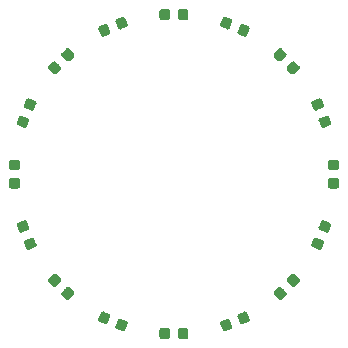
<source format=gbr>
G04 #@! TF.GenerationSoftware,KiCad,Pcbnew,(5.1.4)-1*
G04 #@! TF.CreationDate,2020-09-01T15:21:41-07:00*
G04 #@! TF.ProjectId,LED_Ring,4c45445f-5269-46e6-972e-6b696361645f,rev?*
G04 #@! TF.SameCoordinates,Original*
G04 #@! TF.FileFunction,Paste,Bot*
G04 #@! TF.FilePolarity,Positive*
%FSLAX46Y46*%
G04 Gerber Fmt 4.6, Leading zero omitted, Abs format (unit mm)*
G04 Created by KiCad (PCBNEW (5.1.4)-1) date 2020-09-01 15:21:41*
%MOMM*%
%LPD*%
G04 APERTURE LIST*
%ADD10C,0.100000*%
%ADD11C,0.875000*%
G04 APERTURE END LIST*
D10*
G36*
X114356076Y-66688110D02*
G01*
X114377311Y-66691260D01*
X114398135Y-66696476D01*
X114418347Y-66703708D01*
X114822544Y-66871132D01*
X114841950Y-66880311D01*
X114860363Y-66891347D01*
X114877606Y-66904135D01*
X114893512Y-66918551D01*
X114907928Y-66934458D01*
X114920716Y-66951700D01*
X114931752Y-66970113D01*
X114940931Y-66989519D01*
X114948163Y-67009731D01*
X114953379Y-67030555D01*
X114956529Y-67051790D01*
X114957582Y-67073231D01*
X114956529Y-67094672D01*
X114953379Y-67115907D01*
X114948163Y-67136731D01*
X114940931Y-67156943D01*
X114744806Y-67630431D01*
X114735627Y-67649837D01*
X114724591Y-67668250D01*
X114711803Y-67685492D01*
X114697387Y-67701399D01*
X114681481Y-67715815D01*
X114664238Y-67728603D01*
X114645825Y-67739639D01*
X114626419Y-67748818D01*
X114606207Y-67756050D01*
X114585383Y-67761266D01*
X114564148Y-67764416D01*
X114542707Y-67765469D01*
X114521266Y-67764416D01*
X114500031Y-67761266D01*
X114479207Y-67756050D01*
X114458995Y-67748818D01*
X114054798Y-67581394D01*
X114035392Y-67572215D01*
X114016979Y-67561179D01*
X113999736Y-67548391D01*
X113983830Y-67533975D01*
X113969414Y-67518068D01*
X113956626Y-67500826D01*
X113945590Y-67482413D01*
X113936411Y-67463007D01*
X113929179Y-67442795D01*
X113923963Y-67421971D01*
X113920813Y-67400736D01*
X113919760Y-67379295D01*
X113920813Y-67357854D01*
X113923963Y-67336619D01*
X113929179Y-67315795D01*
X113936411Y-67295583D01*
X114132536Y-66822095D01*
X114141715Y-66802689D01*
X114152751Y-66784276D01*
X114165539Y-66767034D01*
X114179955Y-66751127D01*
X114195861Y-66736711D01*
X114213104Y-66723923D01*
X114231517Y-66712887D01*
X114250923Y-66703708D01*
X114271135Y-66696476D01*
X114291959Y-66691260D01*
X114313194Y-66688110D01*
X114334635Y-66687057D01*
X114356076Y-66688110D01*
X114356076Y-66688110D01*
G37*
D11*
X114438671Y-67226263D03*
D10*
G36*
X115811186Y-67290836D02*
G01*
X115832421Y-67293986D01*
X115853245Y-67299202D01*
X115873457Y-67306434D01*
X116277654Y-67473858D01*
X116297060Y-67483037D01*
X116315473Y-67494073D01*
X116332716Y-67506861D01*
X116348622Y-67521277D01*
X116363038Y-67537184D01*
X116375826Y-67554426D01*
X116386862Y-67572839D01*
X116396041Y-67592245D01*
X116403273Y-67612457D01*
X116408489Y-67633281D01*
X116411639Y-67654516D01*
X116412692Y-67675957D01*
X116411639Y-67697398D01*
X116408489Y-67718633D01*
X116403273Y-67739457D01*
X116396041Y-67759669D01*
X116199916Y-68233157D01*
X116190737Y-68252563D01*
X116179701Y-68270976D01*
X116166913Y-68288218D01*
X116152497Y-68304125D01*
X116136591Y-68318541D01*
X116119348Y-68331329D01*
X116100935Y-68342365D01*
X116081529Y-68351544D01*
X116061317Y-68358776D01*
X116040493Y-68363992D01*
X116019258Y-68367142D01*
X115997817Y-68368195D01*
X115976376Y-68367142D01*
X115955141Y-68363992D01*
X115934317Y-68358776D01*
X115914105Y-68351544D01*
X115509908Y-68184120D01*
X115490502Y-68174941D01*
X115472089Y-68163905D01*
X115454846Y-68151117D01*
X115438940Y-68136701D01*
X115424524Y-68120794D01*
X115411736Y-68103552D01*
X115400700Y-68085139D01*
X115391521Y-68065733D01*
X115384289Y-68045521D01*
X115379073Y-68024697D01*
X115375923Y-68003462D01*
X115374870Y-67982021D01*
X115375923Y-67960580D01*
X115379073Y-67939345D01*
X115384289Y-67918521D01*
X115391521Y-67898309D01*
X115587646Y-67424821D01*
X115596825Y-67405415D01*
X115607861Y-67387002D01*
X115620649Y-67369760D01*
X115635065Y-67353853D01*
X115650971Y-67339437D01*
X115668214Y-67326649D01*
X115686627Y-67315613D01*
X115706033Y-67306434D01*
X115726245Y-67299202D01*
X115747069Y-67293986D01*
X115768304Y-67290836D01*
X115789745Y-67289783D01*
X115811186Y-67290836D01*
X115811186Y-67290836D01*
G37*
D11*
X115893781Y-67828989D03*
D10*
G36*
X119037053Y-69343638D02*
G01*
X119058288Y-69346788D01*
X119079112Y-69352004D01*
X119099324Y-69359236D01*
X119118730Y-69368415D01*
X119137143Y-69379451D01*
X119154386Y-69392239D01*
X119170292Y-69406655D01*
X119479651Y-69716014D01*
X119494067Y-69731920D01*
X119506855Y-69749163D01*
X119517891Y-69767576D01*
X119527070Y-69786982D01*
X119534302Y-69807194D01*
X119539518Y-69828018D01*
X119542668Y-69849253D01*
X119543721Y-69870694D01*
X119542668Y-69892135D01*
X119539518Y-69913370D01*
X119534302Y-69934194D01*
X119527070Y-69954406D01*
X119517891Y-69973812D01*
X119506855Y-69992225D01*
X119494067Y-70009468D01*
X119479651Y-70025374D01*
X119117258Y-70387767D01*
X119101352Y-70402183D01*
X119084109Y-70414971D01*
X119065696Y-70426007D01*
X119046290Y-70435186D01*
X119026078Y-70442418D01*
X119005254Y-70447634D01*
X118984019Y-70450784D01*
X118962578Y-70451837D01*
X118941137Y-70450784D01*
X118919902Y-70447634D01*
X118899078Y-70442418D01*
X118878866Y-70435186D01*
X118859460Y-70426007D01*
X118841047Y-70414971D01*
X118823804Y-70402183D01*
X118807898Y-70387767D01*
X118498539Y-70078408D01*
X118484123Y-70062502D01*
X118471335Y-70045259D01*
X118460299Y-70026846D01*
X118451120Y-70007440D01*
X118443888Y-69987228D01*
X118438672Y-69966404D01*
X118435522Y-69945169D01*
X118434469Y-69923728D01*
X118435522Y-69902287D01*
X118438672Y-69881052D01*
X118443888Y-69860228D01*
X118451120Y-69840016D01*
X118460299Y-69820610D01*
X118471335Y-69802197D01*
X118484123Y-69784954D01*
X118498539Y-69769048D01*
X118860932Y-69406655D01*
X118876838Y-69392239D01*
X118894081Y-69379451D01*
X118912494Y-69368415D01*
X118931900Y-69359236D01*
X118952112Y-69352004D01*
X118972936Y-69346788D01*
X118994171Y-69343638D01*
X119015612Y-69342585D01*
X119037053Y-69343638D01*
X119037053Y-69343638D01*
G37*
D11*
X118989095Y-69897211D03*
D10*
G36*
X120150747Y-70457332D02*
G01*
X120171982Y-70460482D01*
X120192806Y-70465698D01*
X120213018Y-70472930D01*
X120232424Y-70482109D01*
X120250837Y-70493145D01*
X120268080Y-70505933D01*
X120283986Y-70520349D01*
X120593345Y-70829708D01*
X120607761Y-70845614D01*
X120620549Y-70862857D01*
X120631585Y-70881270D01*
X120640764Y-70900676D01*
X120647996Y-70920888D01*
X120653212Y-70941712D01*
X120656362Y-70962947D01*
X120657415Y-70984388D01*
X120656362Y-71005829D01*
X120653212Y-71027064D01*
X120647996Y-71047888D01*
X120640764Y-71068100D01*
X120631585Y-71087506D01*
X120620549Y-71105919D01*
X120607761Y-71123162D01*
X120593345Y-71139068D01*
X120230952Y-71501461D01*
X120215046Y-71515877D01*
X120197803Y-71528665D01*
X120179390Y-71539701D01*
X120159984Y-71548880D01*
X120139772Y-71556112D01*
X120118948Y-71561328D01*
X120097713Y-71564478D01*
X120076272Y-71565531D01*
X120054831Y-71564478D01*
X120033596Y-71561328D01*
X120012772Y-71556112D01*
X119992560Y-71548880D01*
X119973154Y-71539701D01*
X119954741Y-71528665D01*
X119937498Y-71515877D01*
X119921592Y-71501461D01*
X119612233Y-71192102D01*
X119597817Y-71176196D01*
X119585029Y-71158953D01*
X119573993Y-71140540D01*
X119564814Y-71121134D01*
X119557582Y-71100922D01*
X119552366Y-71080098D01*
X119549216Y-71058863D01*
X119548163Y-71037422D01*
X119549216Y-71015981D01*
X119552366Y-70994746D01*
X119557582Y-70973922D01*
X119564814Y-70953710D01*
X119573993Y-70934304D01*
X119585029Y-70915891D01*
X119597817Y-70898648D01*
X119612233Y-70882742D01*
X119974626Y-70520349D01*
X119990532Y-70505933D01*
X120007775Y-70493145D01*
X120026188Y-70482109D01*
X120045594Y-70472930D01*
X120065806Y-70465698D01*
X120086630Y-70460482D01*
X120107865Y-70457332D01*
X120129306Y-70456279D01*
X120150747Y-70457332D01*
X120150747Y-70457332D01*
G37*
D11*
X120102789Y-71010905D03*
D10*
G36*
X122345484Y-73588361D02*
G01*
X122366719Y-73591511D01*
X122387543Y-73596727D01*
X122407755Y-73603959D01*
X122427161Y-73613138D01*
X122445574Y-73624174D01*
X122462817Y-73636962D01*
X122478723Y-73651378D01*
X122493139Y-73667285D01*
X122505927Y-73684527D01*
X122516963Y-73702940D01*
X122526142Y-73722346D01*
X122693566Y-74126543D01*
X122700798Y-74146755D01*
X122706014Y-74167579D01*
X122709164Y-74188814D01*
X122710217Y-74210255D01*
X122709164Y-74231696D01*
X122706014Y-74252931D01*
X122700798Y-74273755D01*
X122693566Y-74293967D01*
X122684387Y-74313373D01*
X122673351Y-74331786D01*
X122660563Y-74349028D01*
X122646147Y-74364935D01*
X122630241Y-74379351D01*
X122612998Y-74392139D01*
X122594585Y-74403175D01*
X122575179Y-74412354D01*
X122101691Y-74608479D01*
X122081479Y-74615711D01*
X122060655Y-74620927D01*
X122039420Y-74624077D01*
X122017979Y-74625130D01*
X121996538Y-74624077D01*
X121975303Y-74620927D01*
X121954479Y-74615711D01*
X121934267Y-74608479D01*
X121914861Y-74599300D01*
X121896448Y-74588264D01*
X121879205Y-74575476D01*
X121863299Y-74561060D01*
X121848883Y-74545153D01*
X121836095Y-74527911D01*
X121825059Y-74509498D01*
X121815880Y-74490092D01*
X121648456Y-74085895D01*
X121641224Y-74065683D01*
X121636008Y-74044859D01*
X121632858Y-74023624D01*
X121631805Y-74002183D01*
X121632858Y-73980742D01*
X121636008Y-73959507D01*
X121641224Y-73938683D01*
X121648456Y-73918471D01*
X121657635Y-73899065D01*
X121668671Y-73880652D01*
X121681459Y-73863410D01*
X121695875Y-73847503D01*
X121711781Y-73833087D01*
X121729024Y-73820299D01*
X121747437Y-73809263D01*
X121766843Y-73800084D01*
X122240331Y-73603959D01*
X122260543Y-73596727D01*
X122281367Y-73591511D01*
X122302602Y-73588361D01*
X122324043Y-73587308D01*
X122345484Y-73588361D01*
X122345484Y-73588361D01*
G37*
D11*
X122171011Y-74106219D03*
D10*
G36*
X122948210Y-75043471D02*
G01*
X122969445Y-75046621D01*
X122990269Y-75051837D01*
X123010481Y-75059069D01*
X123029887Y-75068248D01*
X123048300Y-75079284D01*
X123065543Y-75092072D01*
X123081449Y-75106488D01*
X123095865Y-75122395D01*
X123108653Y-75139637D01*
X123119689Y-75158050D01*
X123128868Y-75177456D01*
X123296292Y-75581653D01*
X123303524Y-75601865D01*
X123308740Y-75622689D01*
X123311890Y-75643924D01*
X123312943Y-75665365D01*
X123311890Y-75686806D01*
X123308740Y-75708041D01*
X123303524Y-75728865D01*
X123296292Y-75749077D01*
X123287113Y-75768483D01*
X123276077Y-75786896D01*
X123263289Y-75804138D01*
X123248873Y-75820045D01*
X123232967Y-75834461D01*
X123215724Y-75847249D01*
X123197311Y-75858285D01*
X123177905Y-75867464D01*
X122704417Y-76063589D01*
X122684205Y-76070821D01*
X122663381Y-76076037D01*
X122642146Y-76079187D01*
X122620705Y-76080240D01*
X122599264Y-76079187D01*
X122578029Y-76076037D01*
X122557205Y-76070821D01*
X122536993Y-76063589D01*
X122517587Y-76054410D01*
X122499174Y-76043374D01*
X122481931Y-76030586D01*
X122466025Y-76016170D01*
X122451609Y-76000263D01*
X122438821Y-75983021D01*
X122427785Y-75964608D01*
X122418606Y-75945202D01*
X122251182Y-75541005D01*
X122243950Y-75520793D01*
X122238734Y-75499969D01*
X122235584Y-75478734D01*
X122234531Y-75457293D01*
X122235584Y-75435852D01*
X122238734Y-75414617D01*
X122243950Y-75393793D01*
X122251182Y-75373581D01*
X122260361Y-75354175D01*
X122271397Y-75335762D01*
X122284185Y-75318520D01*
X122298601Y-75302613D01*
X122314507Y-75288197D01*
X122331750Y-75275409D01*
X122350163Y-75264373D01*
X122369569Y-75255194D01*
X122843057Y-75059069D01*
X122863269Y-75051837D01*
X122884093Y-75046621D01*
X122905328Y-75043471D01*
X122926769Y-75042418D01*
X122948210Y-75043471D01*
X122948210Y-75043471D01*
G37*
D11*
X122773737Y-75561329D03*
D10*
G36*
X123777691Y-78776053D02*
G01*
X123798926Y-78779203D01*
X123819750Y-78784419D01*
X123839962Y-78791651D01*
X123859368Y-78800830D01*
X123877781Y-78811866D01*
X123895024Y-78824654D01*
X123910930Y-78839070D01*
X123925346Y-78854976D01*
X123938134Y-78872219D01*
X123949170Y-78890632D01*
X123958349Y-78910038D01*
X123965581Y-78930250D01*
X123970797Y-78951074D01*
X123973947Y-78972309D01*
X123975000Y-78993750D01*
X123975000Y-79431250D01*
X123973947Y-79452691D01*
X123970797Y-79473926D01*
X123965581Y-79494750D01*
X123958349Y-79514962D01*
X123949170Y-79534368D01*
X123938134Y-79552781D01*
X123925346Y-79570024D01*
X123910930Y-79585930D01*
X123895024Y-79600346D01*
X123877781Y-79613134D01*
X123859368Y-79624170D01*
X123839962Y-79633349D01*
X123819750Y-79640581D01*
X123798926Y-79645797D01*
X123777691Y-79648947D01*
X123756250Y-79650000D01*
X123243750Y-79650000D01*
X123222309Y-79648947D01*
X123201074Y-79645797D01*
X123180250Y-79640581D01*
X123160038Y-79633349D01*
X123140632Y-79624170D01*
X123122219Y-79613134D01*
X123104976Y-79600346D01*
X123089070Y-79585930D01*
X123074654Y-79570024D01*
X123061866Y-79552781D01*
X123050830Y-79534368D01*
X123041651Y-79514962D01*
X123034419Y-79494750D01*
X123029203Y-79473926D01*
X123026053Y-79452691D01*
X123025000Y-79431250D01*
X123025000Y-78993750D01*
X123026053Y-78972309D01*
X123029203Y-78951074D01*
X123034419Y-78930250D01*
X123041651Y-78910038D01*
X123050830Y-78890632D01*
X123061866Y-78872219D01*
X123074654Y-78854976D01*
X123089070Y-78839070D01*
X123104976Y-78824654D01*
X123122219Y-78811866D01*
X123140632Y-78800830D01*
X123160038Y-78791651D01*
X123180250Y-78784419D01*
X123201074Y-78779203D01*
X123222309Y-78776053D01*
X123243750Y-78775000D01*
X123756250Y-78775000D01*
X123777691Y-78776053D01*
X123777691Y-78776053D01*
G37*
D11*
X123500000Y-79212500D03*
D10*
G36*
X123777691Y-80351053D02*
G01*
X123798926Y-80354203D01*
X123819750Y-80359419D01*
X123839962Y-80366651D01*
X123859368Y-80375830D01*
X123877781Y-80386866D01*
X123895024Y-80399654D01*
X123910930Y-80414070D01*
X123925346Y-80429976D01*
X123938134Y-80447219D01*
X123949170Y-80465632D01*
X123958349Y-80485038D01*
X123965581Y-80505250D01*
X123970797Y-80526074D01*
X123973947Y-80547309D01*
X123975000Y-80568750D01*
X123975000Y-81006250D01*
X123973947Y-81027691D01*
X123970797Y-81048926D01*
X123965581Y-81069750D01*
X123958349Y-81089962D01*
X123949170Y-81109368D01*
X123938134Y-81127781D01*
X123925346Y-81145024D01*
X123910930Y-81160930D01*
X123895024Y-81175346D01*
X123877781Y-81188134D01*
X123859368Y-81199170D01*
X123839962Y-81208349D01*
X123819750Y-81215581D01*
X123798926Y-81220797D01*
X123777691Y-81223947D01*
X123756250Y-81225000D01*
X123243750Y-81225000D01*
X123222309Y-81223947D01*
X123201074Y-81220797D01*
X123180250Y-81215581D01*
X123160038Y-81208349D01*
X123140632Y-81199170D01*
X123122219Y-81188134D01*
X123104976Y-81175346D01*
X123089070Y-81160930D01*
X123074654Y-81145024D01*
X123061866Y-81127781D01*
X123050830Y-81109368D01*
X123041651Y-81089962D01*
X123034419Y-81069750D01*
X123029203Y-81048926D01*
X123026053Y-81027691D01*
X123025000Y-81006250D01*
X123025000Y-80568750D01*
X123026053Y-80547309D01*
X123029203Y-80526074D01*
X123034419Y-80505250D01*
X123041651Y-80485038D01*
X123050830Y-80465632D01*
X123061866Y-80447219D01*
X123074654Y-80429976D01*
X123089070Y-80414070D01*
X123104976Y-80399654D01*
X123122219Y-80386866D01*
X123140632Y-80375830D01*
X123160038Y-80366651D01*
X123180250Y-80359419D01*
X123201074Y-80354203D01*
X123222309Y-80351053D01*
X123243750Y-80350000D01*
X123756250Y-80350000D01*
X123777691Y-80351053D01*
X123777691Y-80351053D01*
G37*
D11*
X123500000Y-80787500D03*
D10*
G36*
X122642146Y-83920813D02*
G01*
X122663381Y-83923963D01*
X122684205Y-83929179D01*
X122704417Y-83936411D01*
X123177905Y-84132536D01*
X123197311Y-84141715D01*
X123215724Y-84152751D01*
X123232966Y-84165539D01*
X123248873Y-84179955D01*
X123263289Y-84195861D01*
X123276077Y-84213104D01*
X123287113Y-84231517D01*
X123296292Y-84250923D01*
X123303524Y-84271135D01*
X123308740Y-84291959D01*
X123311890Y-84313194D01*
X123312943Y-84334635D01*
X123311890Y-84356076D01*
X123308740Y-84377311D01*
X123303524Y-84398135D01*
X123296292Y-84418347D01*
X123128868Y-84822544D01*
X123119689Y-84841950D01*
X123108653Y-84860363D01*
X123095865Y-84877606D01*
X123081449Y-84893512D01*
X123065542Y-84907928D01*
X123048300Y-84920716D01*
X123029887Y-84931752D01*
X123010481Y-84940931D01*
X122990269Y-84948163D01*
X122969445Y-84953379D01*
X122948210Y-84956529D01*
X122926769Y-84957582D01*
X122905328Y-84956529D01*
X122884093Y-84953379D01*
X122863269Y-84948163D01*
X122843057Y-84940931D01*
X122369569Y-84744806D01*
X122350163Y-84735627D01*
X122331750Y-84724591D01*
X122314508Y-84711803D01*
X122298601Y-84697387D01*
X122284185Y-84681481D01*
X122271397Y-84664238D01*
X122260361Y-84645825D01*
X122251182Y-84626419D01*
X122243950Y-84606207D01*
X122238734Y-84585383D01*
X122235584Y-84564148D01*
X122234531Y-84542707D01*
X122235584Y-84521266D01*
X122238734Y-84500031D01*
X122243950Y-84479207D01*
X122251182Y-84458995D01*
X122418606Y-84054798D01*
X122427785Y-84035392D01*
X122438821Y-84016979D01*
X122451609Y-83999736D01*
X122466025Y-83983830D01*
X122481932Y-83969414D01*
X122499174Y-83956626D01*
X122517587Y-83945590D01*
X122536993Y-83936411D01*
X122557205Y-83929179D01*
X122578029Y-83923963D01*
X122599264Y-83920813D01*
X122620705Y-83919760D01*
X122642146Y-83920813D01*
X122642146Y-83920813D01*
G37*
D11*
X122773737Y-84438671D03*
D10*
G36*
X122039420Y-85375923D02*
G01*
X122060655Y-85379073D01*
X122081479Y-85384289D01*
X122101691Y-85391521D01*
X122575179Y-85587646D01*
X122594585Y-85596825D01*
X122612998Y-85607861D01*
X122630240Y-85620649D01*
X122646147Y-85635065D01*
X122660563Y-85650971D01*
X122673351Y-85668214D01*
X122684387Y-85686627D01*
X122693566Y-85706033D01*
X122700798Y-85726245D01*
X122706014Y-85747069D01*
X122709164Y-85768304D01*
X122710217Y-85789745D01*
X122709164Y-85811186D01*
X122706014Y-85832421D01*
X122700798Y-85853245D01*
X122693566Y-85873457D01*
X122526142Y-86277654D01*
X122516963Y-86297060D01*
X122505927Y-86315473D01*
X122493139Y-86332716D01*
X122478723Y-86348622D01*
X122462816Y-86363038D01*
X122445574Y-86375826D01*
X122427161Y-86386862D01*
X122407755Y-86396041D01*
X122387543Y-86403273D01*
X122366719Y-86408489D01*
X122345484Y-86411639D01*
X122324043Y-86412692D01*
X122302602Y-86411639D01*
X122281367Y-86408489D01*
X122260543Y-86403273D01*
X122240331Y-86396041D01*
X121766843Y-86199916D01*
X121747437Y-86190737D01*
X121729024Y-86179701D01*
X121711782Y-86166913D01*
X121695875Y-86152497D01*
X121681459Y-86136591D01*
X121668671Y-86119348D01*
X121657635Y-86100935D01*
X121648456Y-86081529D01*
X121641224Y-86061317D01*
X121636008Y-86040493D01*
X121632858Y-86019258D01*
X121631805Y-85997817D01*
X121632858Y-85976376D01*
X121636008Y-85955141D01*
X121641224Y-85934317D01*
X121648456Y-85914105D01*
X121815880Y-85509908D01*
X121825059Y-85490502D01*
X121836095Y-85472089D01*
X121848883Y-85454846D01*
X121863299Y-85438940D01*
X121879206Y-85424524D01*
X121896448Y-85411736D01*
X121914861Y-85400700D01*
X121934267Y-85391521D01*
X121954479Y-85384289D01*
X121975303Y-85379073D01*
X121996538Y-85375923D01*
X122017979Y-85374870D01*
X122039420Y-85375923D01*
X122039420Y-85375923D01*
G37*
D11*
X122171011Y-85893781D03*
D10*
G36*
X120097713Y-88435522D02*
G01*
X120118948Y-88438672D01*
X120139772Y-88443888D01*
X120159984Y-88451120D01*
X120179390Y-88460299D01*
X120197803Y-88471335D01*
X120215046Y-88484123D01*
X120230952Y-88498539D01*
X120593345Y-88860932D01*
X120607761Y-88876838D01*
X120620549Y-88894081D01*
X120631585Y-88912494D01*
X120640764Y-88931900D01*
X120647996Y-88952112D01*
X120653212Y-88972936D01*
X120656362Y-88994171D01*
X120657415Y-89015612D01*
X120656362Y-89037053D01*
X120653212Y-89058288D01*
X120647996Y-89079112D01*
X120640764Y-89099324D01*
X120631585Y-89118730D01*
X120620549Y-89137143D01*
X120607761Y-89154386D01*
X120593345Y-89170292D01*
X120283986Y-89479651D01*
X120268080Y-89494067D01*
X120250837Y-89506855D01*
X120232424Y-89517891D01*
X120213018Y-89527070D01*
X120192806Y-89534302D01*
X120171982Y-89539518D01*
X120150747Y-89542668D01*
X120129306Y-89543721D01*
X120107865Y-89542668D01*
X120086630Y-89539518D01*
X120065806Y-89534302D01*
X120045594Y-89527070D01*
X120026188Y-89517891D01*
X120007775Y-89506855D01*
X119990532Y-89494067D01*
X119974626Y-89479651D01*
X119612233Y-89117258D01*
X119597817Y-89101352D01*
X119585029Y-89084109D01*
X119573993Y-89065696D01*
X119564814Y-89046290D01*
X119557582Y-89026078D01*
X119552366Y-89005254D01*
X119549216Y-88984019D01*
X119548163Y-88962578D01*
X119549216Y-88941137D01*
X119552366Y-88919902D01*
X119557582Y-88899078D01*
X119564814Y-88878866D01*
X119573993Y-88859460D01*
X119585029Y-88841047D01*
X119597817Y-88823804D01*
X119612233Y-88807898D01*
X119921592Y-88498539D01*
X119937498Y-88484123D01*
X119954741Y-88471335D01*
X119973154Y-88460299D01*
X119992560Y-88451120D01*
X120012772Y-88443888D01*
X120033596Y-88438672D01*
X120054831Y-88435522D01*
X120076272Y-88434469D01*
X120097713Y-88435522D01*
X120097713Y-88435522D01*
G37*
D11*
X120102789Y-88989095D03*
D10*
G36*
X118984019Y-89549216D02*
G01*
X119005254Y-89552366D01*
X119026078Y-89557582D01*
X119046290Y-89564814D01*
X119065696Y-89573993D01*
X119084109Y-89585029D01*
X119101352Y-89597817D01*
X119117258Y-89612233D01*
X119479651Y-89974626D01*
X119494067Y-89990532D01*
X119506855Y-90007775D01*
X119517891Y-90026188D01*
X119527070Y-90045594D01*
X119534302Y-90065806D01*
X119539518Y-90086630D01*
X119542668Y-90107865D01*
X119543721Y-90129306D01*
X119542668Y-90150747D01*
X119539518Y-90171982D01*
X119534302Y-90192806D01*
X119527070Y-90213018D01*
X119517891Y-90232424D01*
X119506855Y-90250837D01*
X119494067Y-90268080D01*
X119479651Y-90283986D01*
X119170292Y-90593345D01*
X119154386Y-90607761D01*
X119137143Y-90620549D01*
X119118730Y-90631585D01*
X119099324Y-90640764D01*
X119079112Y-90647996D01*
X119058288Y-90653212D01*
X119037053Y-90656362D01*
X119015612Y-90657415D01*
X118994171Y-90656362D01*
X118972936Y-90653212D01*
X118952112Y-90647996D01*
X118931900Y-90640764D01*
X118912494Y-90631585D01*
X118894081Y-90620549D01*
X118876838Y-90607761D01*
X118860932Y-90593345D01*
X118498539Y-90230952D01*
X118484123Y-90215046D01*
X118471335Y-90197803D01*
X118460299Y-90179390D01*
X118451120Y-90159984D01*
X118443888Y-90139772D01*
X118438672Y-90118948D01*
X118435522Y-90097713D01*
X118434469Y-90076272D01*
X118435522Y-90054831D01*
X118438672Y-90033596D01*
X118443888Y-90012772D01*
X118451120Y-89992560D01*
X118460299Y-89973154D01*
X118471335Y-89954741D01*
X118484123Y-89937498D01*
X118498539Y-89921592D01*
X118807898Y-89612233D01*
X118823804Y-89597817D01*
X118841047Y-89585029D01*
X118859460Y-89573993D01*
X118878866Y-89564814D01*
X118899078Y-89557582D01*
X118919902Y-89552366D01*
X118941137Y-89549216D01*
X118962578Y-89548163D01*
X118984019Y-89549216D01*
X118984019Y-89549216D01*
G37*
D11*
X118989095Y-90102789D03*
D10*
G36*
X116019258Y-91632858D02*
G01*
X116040493Y-91636008D01*
X116061317Y-91641224D01*
X116081529Y-91648456D01*
X116100935Y-91657635D01*
X116119348Y-91668671D01*
X116136590Y-91681459D01*
X116152497Y-91695875D01*
X116166913Y-91711781D01*
X116179701Y-91729024D01*
X116190737Y-91747437D01*
X116199916Y-91766843D01*
X116396041Y-92240331D01*
X116403273Y-92260543D01*
X116408489Y-92281367D01*
X116411639Y-92302602D01*
X116412692Y-92324043D01*
X116411639Y-92345484D01*
X116408489Y-92366719D01*
X116403273Y-92387543D01*
X116396041Y-92407755D01*
X116386862Y-92427161D01*
X116375826Y-92445574D01*
X116363038Y-92462817D01*
X116348622Y-92478723D01*
X116332715Y-92493139D01*
X116315473Y-92505927D01*
X116297060Y-92516963D01*
X116277654Y-92526142D01*
X115873457Y-92693566D01*
X115853245Y-92700798D01*
X115832421Y-92706014D01*
X115811186Y-92709164D01*
X115789745Y-92710217D01*
X115768304Y-92709164D01*
X115747069Y-92706014D01*
X115726245Y-92700798D01*
X115706033Y-92693566D01*
X115686627Y-92684387D01*
X115668214Y-92673351D01*
X115650972Y-92660563D01*
X115635065Y-92646147D01*
X115620649Y-92630241D01*
X115607861Y-92612998D01*
X115596825Y-92594585D01*
X115587646Y-92575179D01*
X115391521Y-92101691D01*
X115384289Y-92081479D01*
X115379073Y-92060655D01*
X115375923Y-92039420D01*
X115374870Y-92017979D01*
X115375923Y-91996538D01*
X115379073Y-91975303D01*
X115384289Y-91954479D01*
X115391521Y-91934267D01*
X115400700Y-91914861D01*
X115411736Y-91896448D01*
X115424524Y-91879205D01*
X115438940Y-91863299D01*
X115454847Y-91848883D01*
X115472089Y-91836095D01*
X115490502Y-91825059D01*
X115509908Y-91815880D01*
X115914105Y-91648456D01*
X115934317Y-91641224D01*
X115955141Y-91636008D01*
X115976376Y-91632858D01*
X115997817Y-91631805D01*
X116019258Y-91632858D01*
X116019258Y-91632858D01*
G37*
D11*
X115893781Y-92171011D03*
D10*
G36*
X114564148Y-92235584D02*
G01*
X114585383Y-92238734D01*
X114606207Y-92243950D01*
X114626419Y-92251182D01*
X114645825Y-92260361D01*
X114664238Y-92271397D01*
X114681480Y-92284185D01*
X114697387Y-92298601D01*
X114711803Y-92314507D01*
X114724591Y-92331750D01*
X114735627Y-92350163D01*
X114744806Y-92369569D01*
X114940931Y-92843057D01*
X114948163Y-92863269D01*
X114953379Y-92884093D01*
X114956529Y-92905328D01*
X114957582Y-92926769D01*
X114956529Y-92948210D01*
X114953379Y-92969445D01*
X114948163Y-92990269D01*
X114940931Y-93010481D01*
X114931752Y-93029887D01*
X114920716Y-93048300D01*
X114907928Y-93065543D01*
X114893512Y-93081449D01*
X114877605Y-93095865D01*
X114860363Y-93108653D01*
X114841950Y-93119689D01*
X114822544Y-93128868D01*
X114418347Y-93296292D01*
X114398135Y-93303524D01*
X114377311Y-93308740D01*
X114356076Y-93311890D01*
X114334635Y-93312943D01*
X114313194Y-93311890D01*
X114291959Y-93308740D01*
X114271135Y-93303524D01*
X114250923Y-93296292D01*
X114231517Y-93287113D01*
X114213104Y-93276077D01*
X114195862Y-93263289D01*
X114179955Y-93248873D01*
X114165539Y-93232967D01*
X114152751Y-93215724D01*
X114141715Y-93197311D01*
X114132536Y-93177905D01*
X113936411Y-92704417D01*
X113929179Y-92684205D01*
X113923963Y-92663381D01*
X113920813Y-92642146D01*
X113919760Y-92620705D01*
X113920813Y-92599264D01*
X113923963Y-92578029D01*
X113929179Y-92557205D01*
X113936411Y-92536993D01*
X113945590Y-92517587D01*
X113956626Y-92499174D01*
X113969414Y-92481931D01*
X113983830Y-92466025D01*
X113999737Y-92451609D01*
X114016979Y-92438821D01*
X114035392Y-92427785D01*
X114054798Y-92418606D01*
X114458995Y-92251182D01*
X114479207Y-92243950D01*
X114500031Y-92238734D01*
X114521266Y-92235584D01*
X114542707Y-92234531D01*
X114564148Y-92235584D01*
X114564148Y-92235584D01*
G37*
D11*
X114438671Y-92773737D03*
D10*
G36*
X111027691Y-93026053D02*
G01*
X111048926Y-93029203D01*
X111069750Y-93034419D01*
X111089962Y-93041651D01*
X111109368Y-93050830D01*
X111127781Y-93061866D01*
X111145024Y-93074654D01*
X111160930Y-93089070D01*
X111175346Y-93104976D01*
X111188134Y-93122219D01*
X111199170Y-93140632D01*
X111208349Y-93160038D01*
X111215581Y-93180250D01*
X111220797Y-93201074D01*
X111223947Y-93222309D01*
X111225000Y-93243750D01*
X111225000Y-93756250D01*
X111223947Y-93777691D01*
X111220797Y-93798926D01*
X111215581Y-93819750D01*
X111208349Y-93839962D01*
X111199170Y-93859368D01*
X111188134Y-93877781D01*
X111175346Y-93895024D01*
X111160930Y-93910930D01*
X111145024Y-93925346D01*
X111127781Y-93938134D01*
X111109368Y-93949170D01*
X111089962Y-93958349D01*
X111069750Y-93965581D01*
X111048926Y-93970797D01*
X111027691Y-93973947D01*
X111006250Y-93975000D01*
X110568750Y-93975000D01*
X110547309Y-93973947D01*
X110526074Y-93970797D01*
X110505250Y-93965581D01*
X110485038Y-93958349D01*
X110465632Y-93949170D01*
X110447219Y-93938134D01*
X110429976Y-93925346D01*
X110414070Y-93910930D01*
X110399654Y-93895024D01*
X110386866Y-93877781D01*
X110375830Y-93859368D01*
X110366651Y-93839962D01*
X110359419Y-93819750D01*
X110354203Y-93798926D01*
X110351053Y-93777691D01*
X110350000Y-93756250D01*
X110350000Y-93243750D01*
X110351053Y-93222309D01*
X110354203Y-93201074D01*
X110359419Y-93180250D01*
X110366651Y-93160038D01*
X110375830Y-93140632D01*
X110386866Y-93122219D01*
X110399654Y-93104976D01*
X110414070Y-93089070D01*
X110429976Y-93074654D01*
X110447219Y-93061866D01*
X110465632Y-93050830D01*
X110485038Y-93041651D01*
X110505250Y-93034419D01*
X110526074Y-93029203D01*
X110547309Y-93026053D01*
X110568750Y-93025000D01*
X111006250Y-93025000D01*
X111027691Y-93026053D01*
X111027691Y-93026053D01*
G37*
D11*
X110787500Y-93500000D03*
D10*
G36*
X109452691Y-93026053D02*
G01*
X109473926Y-93029203D01*
X109494750Y-93034419D01*
X109514962Y-93041651D01*
X109534368Y-93050830D01*
X109552781Y-93061866D01*
X109570024Y-93074654D01*
X109585930Y-93089070D01*
X109600346Y-93104976D01*
X109613134Y-93122219D01*
X109624170Y-93140632D01*
X109633349Y-93160038D01*
X109640581Y-93180250D01*
X109645797Y-93201074D01*
X109648947Y-93222309D01*
X109650000Y-93243750D01*
X109650000Y-93756250D01*
X109648947Y-93777691D01*
X109645797Y-93798926D01*
X109640581Y-93819750D01*
X109633349Y-93839962D01*
X109624170Y-93859368D01*
X109613134Y-93877781D01*
X109600346Y-93895024D01*
X109585930Y-93910930D01*
X109570024Y-93925346D01*
X109552781Y-93938134D01*
X109534368Y-93949170D01*
X109514962Y-93958349D01*
X109494750Y-93965581D01*
X109473926Y-93970797D01*
X109452691Y-93973947D01*
X109431250Y-93975000D01*
X108993750Y-93975000D01*
X108972309Y-93973947D01*
X108951074Y-93970797D01*
X108930250Y-93965581D01*
X108910038Y-93958349D01*
X108890632Y-93949170D01*
X108872219Y-93938134D01*
X108854976Y-93925346D01*
X108839070Y-93910930D01*
X108824654Y-93895024D01*
X108811866Y-93877781D01*
X108800830Y-93859368D01*
X108791651Y-93839962D01*
X108784419Y-93819750D01*
X108779203Y-93798926D01*
X108776053Y-93777691D01*
X108775000Y-93756250D01*
X108775000Y-93243750D01*
X108776053Y-93222309D01*
X108779203Y-93201074D01*
X108784419Y-93180250D01*
X108791651Y-93160038D01*
X108800830Y-93140632D01*
X108811866Y-93122219D01*
X108824654Y-93104976D01*
X108839070Y-93089070D01*
X108854976Y-93074654D01*
X108872219Y-93061866D01*
X108890632Y-93050830D01*
X108910038Y-93041651D01*
X108930250Y-93034419D01*
X108951074Y-93029203D01*
X108972309Y-93026053D01*
X108993750Y-93025000D01*
X109431250Y-93025000D01*
X109452691Y-93026053D01*
X109452691Y-93026053D01*
G37*
D11*
X109212500Y-93500000D03*
D10*
G36*
X104023624Y-91632858D02*
G01*
X104044859Y-91636008D01*
X104065683Y-91641224D01*
X104085895Y-91648456D01*
X104490092Y-91815880D01*
X104509498Y-91825059D01*
X104527911Y-91836095D01*
X104545154Y-91848883D01*
X104561060Y-91863299D01*
X104575476Y-91879206D01*
X104588264Y-91896448D01*
X104599300Y-91914861D01*
X104608479Y-91934267D01*
X104615711Y-91954479D01*
X104620927Y-91975303D01*
X104624077Y-91996538D01*
X104625130Y-92017979D01*
X104624077Y-92039420D01*
X104620927Y-92060655D01*
X104615711Y-92081479D01*
X104608479Y-92101691D01*
X104412354Y-92575179D01*
X104403175Y-92594585D01*
X104392139Y-92612998D01*
X104379351Y-92630240D01*
X104364935Y-92646147D01*
X104349029Y-92660563D01*
X104331786Y-92673351D01*
X104313373Y-92684387D01*
X104293967Y-92693566D01*
X104273755Y-92700798D01*
X104252931Y-92706014D01*
X104231696Y-92709164D01*
X104210255Y-92710217D01*
X104188814Y-92709164D01*
X104167579Y-92706014D01*
X104146755Y-92700798D01*
X104126543Y-92693566D01*
X103722346Y-92526142D01*
X103702940Y-92516963D01*
X103684527Y-92505927D01*
X103667284Y-92493139D01*
X103651378Y-92478723D01*
X103636962Y-92462816D01*
X103624174Y-92445574D01*
X103613138Y-92427161D01*
X103603959Y-92407755D01*
X103596727Y-92387543D01*
X103591511Y-92366719D01*
X103588361Y-92345484D01*
X103587308Y-92324043D01*
X103588361Y-92302602D01*
X103591511Y-92281367D01*
X103596727Y-92260543D01*
X103603959Y-92240331D01*
X103800084Y-91766843D01*
X103809263Y-91747437D01*
X103820299Y-91729024D01*
X103833087Y-91711782D01*
X103847503Y-91695875D01*
X103863409Y-91681459D01*
X103880652Y-91668671D01*
X103899065Y-91657635D01*
X103918471Y-91648456D01*
X103938683Y-91641224D01*
X103959507Y-91636008D01*
X103980742Y-91632858D01*
X104002183Y-91631805D01*
X104023624Y-91632858D01*
X104023624Y-91632858D01*
G37*
D11*
X104106219Y-92171011D03*
D10*
G36*
X105478734Y-92235584D02*
G01*
X105499969Y-92238734D01*
X105520793Y-92243950D01*
X105541005Y-92251182D01*
X105945202Y-92418606D01*
X105964608Y-92427785D01*
X105983021Y-92438821D01*
X106000264Y-92451609D01*
X106016170Y-92466025D01*
X106030586Y-92481932D01*
X106043374Y-92499174D01*
X106054410Y-92517587D01*
X106063589Y-92536993D01*
X106070821Y-92557205D01*
X106076037Y-92578029D01*
X106079187Y-92599264D01*
X106080240Y-92620705D01*
X106079187Y-92642146D01*
X106076037Y-92663381D01*
X106070821Y-92684205D01*
X106063589Y-92704417D01*
X105867464Y-93177905D01*
X105858285Y-93197311D01*
X105847249Y-93215724D01*
X105834461Y-93232966D01*
X105820045Y-93248873D01*
X105804139Y-93263289D01*
X105786896Y-93276077D01*
X105768483Y-93287113D01*
X105749077Y-93296292D01*
X105728865Y-93303524D01*
X105708041Y-93308740D01*
X105686806Y-93311890D01*
X105665365Y-93312943D01*
X105643924Y-93311890D01*
X105622689Y-93308740D01*
X105601865Y-93303524D01*
X105581653Y-93296292D01*
X105177456Y-93128868D01*
X105158050Y-93119689D01*
X105139637Y-93108653D01*
X105122394Y-93095865D01*
X105106488Y-93081449D01*
X105092072Y-93065542D01*
X105079284Y-93048300D01*
X105068248Y-93029887D01*
X105059069Y-93010481D01*
X105051837Y-92990269D01*
X105046621Y-92969445D01*
X105043471Y-92948210D01*
X105042418Y-92926769D01*
X105043471Y-92905328D01*
X105046621Y-92884093D01*
X105051837Y-92863269D01*
X105059069Y-92843057D01*
X105255194Y-92369569D01*
X105264373Y-92350163D01*
X105275409Y-92331750D01*
X105288197Y-92314508D01*
X105302613Y-92298601D01*
X105318519Y-92284185D01*
X105335762Y-92271397D01*
X105354175Y-92260361D01*
X105373581Y-92251182D01*
X105393793Y-92243950D01*
X105414617Y-92238734D01*
X105435852Y-92235584D01*
X105457293Y-92234531D01*
X105478734Y-92235584D01*
X105478734Y-92235584D01*
G37*
D11*
X105561329Y-92773737D03*
D10*
G36*
X99945169Y-88435522D02*
G01*
X99966404Y-88438672D01*
X99987228Y-88443888D01*
X100007440Y-88451120D01*
X100026846Y-88460299D01*
X100045259Y-88471335D01*
X100062502Y-88484123D01*
X100078408Y-88498539D01*
X100387767Y-88807898D01*
X100402183Y-88823804D01*
X100414971Y-88841047D01*
X100426007Y-88859460D01*
X100435186Y-88878866D01*
X100442418Y-88899078D01*
X100447634Y-88919902D01*
X100450784Y-88941137D01*
X100451837Y-88962578D01*
X100450784Y-88984019D01*
X100447634Y-89005254D01*
X100442418Y-89026078D01*
X100435186Y-89046290D01*
X100426007Y-89065696D01*
X100414971Y-89084109D01*
X100402183Y-89101352D01*
X100387767Y-89117258D01*
X100025374Y-89479651D01*
X100009468Y-89494067D01*
X99992225Y-89506855D01*
X99973812Y-89517891D01*
X99954406Y-89527070D01*
X99934194Y-89534302D01*
X99913370Y-89539518D01*
X99892135Y-89542668D01*
X99870694Y-89543721D01*
X99849253Y-89542668D01*
X99828018Y-89539518D01*
X99807194Y-89534302D01*
X99786982Y-89527070D01*
X99767576Y-89517891D01*
X99749163Y-89506855D01*
X99731920Y-89494067D01*
X99716014Y-89479651D01*
X99406655Y-89170292D01*
X99392239Y-89154386D01*
X99379451Y-89137143D01*
X99368415Y-89118730D01*
X99359236Y-89099324D01*
X99352004Y-89079112D01*
X99346788Y-89058288D01*
X99343638Y-89037053D01*
X99342585Y-89015612D01*
X99343638Y-88994171D01*
X99346788Y-88972936D01*
X99352004Y-88952112D01*
X99359236Y-88931900D01*
X99368415Y-88912494D01*
X99379451Y-88894081D01*
X99392239Y-88876838D01*
X99406655Y-88860932D01*
X99769048Y-88498539D01*
X99784954Y-88484123D01*
X99802197Y-88471335D01*
X99820610Y-88460299D01*
X99840016Y-88451120D01*
X99860228Y-88443888D01*
X99881052Y-88438672D01*
X99902287Y-88435522D01*
X99923728Y-88434469D01*
X99945169Y-88435522D01*
X99945169Y-88435522D01*
G37*
D11*
X99897211Y-88989095D03*
D10*
G36*
X101058863Y-89549216D02*
G01*
X101080098Y-89552366D01*
X101100922Y-89557582D01*
X101121134Y-89564814D01*
X101140540Y-89573993D01*
X101158953Y-89585029D01*
X101176196Y-89597817D01*
X101192102Y-89612233D01*
X101501461Y-89921592D01*
X101515877Y-89937498D01*
X101528665Y-89954741D01*
X101539701Y-89973154D01*
X101548880Y-89992560D01*
X101556112Y-90012772D01*
X101561328Y-90033596D01*
X101564478Y-90054831D01*
X101565531Y-90076272D01*
X101564478Y-90097713D01*
X101561328Y-90118948D01*
X101556112Y-90139772D01*
X101548880Y-90159984D01*
X101539701Y-90179390D01*
X101528665Y-90197803D01*
X101515877Y-90215046D01*
X101501461Y-90230952D01*
X101139068Y-90593345D01*
X101123162Y-90607761D01*
X101105919Y-90620549D01*
X101087506Y-90631585D01*
X101068100Y-90640764D01*
X101047888Y-90647996D01*
X101027064Y-90653212D01*
X101005829Y-90656362D01*
X100984388Y-90657415D01*
X100962947Y-90656362D01*
X100941712Y-90653212D01*
X100920888Y-90647996D01*
X100900676Y-90640764D01*
X100881270Y-90631585D01*
X100862857Y-90620549D01*
X100845614Y-90607761D01*
X100829708Y-90593345D01*
X100520349Y-90283986D01*
X100505933Y-90268080D01*
X100493145Y-90250837D01*
X100482109Y-90232424D01*
X100472930Y-90213018D01*
X100465698Y-90192806D01*
X100460482Y-90171982D01*
X100457332Y-90150747D01*
X100456279Y-90129306D01*
X100457332Y-90107865D01*
X100460482Y-90086630D01*
X100465698Y-90065806D01*
X100472930Y-90045594D01*
X100482109Y-90026188D01*
X100493145Y-90007775D01*
X100505933Y-89990532D01*
X100520349Y-89974626D01*
X100882742Y-89612233D01*
X100898648Y-89597817D01*
X100915891Y-89585029D01*
X100934304Y-89573993D01*
X100953710Y-89564814D01*
X100973922Y-89557582D01*
X100994746Y-89552366D01*
X101015981Y-89549216D01*
X101037422Y-89548163D01*
X101058863Y-89549216D01*
X101058863Y-89549216D01*
G37*
D11*
X101010905Y-90102789D03*
D10*
G36*
X97400736Y-83920813D02*
G01*
X97421971Y-83923963D01*
X97442795Y-83929179D01*
X97463007Y-83936411D01*
X97482413Y-83945590D01*
X97500826Y-83956626D01*
X97518069Y-83969414D01*
X97533975Y-83983830D01*
X97548391Y-83999737D01*
X97561179Y-84016979D01*
X97572215Y-84035392D01*
X97581394Y-84054798D01*
X97748818Y-84458995D01*
X97756050Y-84479207D01*
X97761266Y-84500031D01*
X97764416Y-84521266D01*
X97765469Y-84542707D01*
X97764416Y-84564148D01*
X97761266Y-84585383D01*
X97756050Y-84606207D01*
X97748818Y-84626419D01*
X97739639Y-84645825D01*
X97728603Y-84664238D01*
X97715815Y-84681480D01*
X97701399Y-84697387D01*
X97685493Y-84711803D01*
X97668250Y-84724591D01*
X97649837Y-84735627D01*
X97630431Y-84744806D01*
X97156943Y-84940931D01*
X97136731Y-84948163D01*
X97115907Y-84953379D01*
X97094672Y-84956529D01*
X97073231Y-84957582D01*
X97051790Y-84956529D01*
X97030555Y-84953379D01*
X97009731Y-84948163D01*
X96989519Y-84940931D01*
X96970113Y-84931752D01*
X96951700Y-84920716D01*
X96934457Y-84907928D01*
X96918551Y-84893512D01*
X96904135Y-84877605D01*
X96891347Y-84860363D01*
X96880311Y-84841950D01*
X96871132Y-84822544D01*
X96703708Y-84418347D01*
X96696476Y-84398135D01*
X96691260Y-84377311D01*
X96688110Y-84356076D01*
X96687057Y-84334635D01*
X96688110Y-84313194D01*
X96691260Y-84291959D01*
X96696476Y-84271135D01*
X96703708Y-84250923D01*
X96712887Y-84231517D01*
X96723923Y-84213104D01*
X96736711Y-84195862D01*
X96751127Y-84179955D01*
X96767033Y-84165539D01*
X96784276Y-84152751D01*
X96802689Y-84141715D01*
X96822095Y-84132536D01*
X97295583Y-83936411D01*
X97315795Y-83929179D01*
X97336619Y-83923963D01*
X97357854Y-83920813D01*
X97379295Y-83919760D01*
X97400736Y-83920813D01*
X97400736Y-83920813D01*
G37*
D11*
X97226263Y-84438671D03*
D10*
G36*
X98003462Y-85375923D02*
G01*
X98024697Y-85379073D01*
X98045521Y-85384289D01*
X98065733Y-85391521D01*
X98085139Y-85400700D01*
X98103552Y-85411736D01*
X98120795Y-85424524D01*
X98136701Y-85438940D01*
X98151117Y-85454847D01*
X98163905Y-85472089D01*
X98174941Y-85490502D01*
X98184120Y-85509908D01*
X98351544Y-85914105D01*
X98358776Y-85934317D01*
X98363992Y-85955141D01*
X98367142Y-85976376D01*
X98368195Y-85997817D01*
X98367142Y-86019258D01*
X98363992Y-86040493D01*
X98358776Y-86061317D01*
X98351544Y-86081529D01*
X98342365Y-86100935D01*
X98331329Y-86119348D01*
X98318541Y-86136590D01*
X98304125Y-86152497D01*
X98288219Y-86166913D01*
X98270976Y-86179701D01*
X98252563Y-86190737D01*
X98233157Y-86199916D01*
X97759669Y-86396041D01*
X97739457Y-86403273D01*
X97718633Y-86408489D01*
X97697398Y-86411639D01*
X97675957Y-86412692D01*
X97654516Y-86411639D01*
X97633281Y-86408489D01*
X97612457Y-86403273D01*
X97592245Y-86396041D01*
X97572839Y-86386862D01*
X97554426Y-86375826D01*
X97537183Y-86363038D01*
X97521277Y-86348622D01*
X97506861Y-86332715D01*
X97494073Y-86315473D01*
X97483037Y-86297060D01*
X97473858Y-86277654D01*
X97306434Y-85873457D01*
X97299202Y-85853245D01*
X97293986Y-85832421D01*
X97290836Y-85811186D01*
X97289783Y-85789745D01*
X97290836Y-85768304D01*
X97293986Y-85747069D01*
X97299202Y-85726245D01*
X97306434Y-85706033D01*
X97315613Y-85686627D01*
X97326649Y-85668214D01*
X97339437Y-85650972D01*
X97353853Y-85635065D01*
X97369759Y-85620649D01*
X97387002Y-85607861D01*
X97405415Y-85596825D01*
X97424821Y-85587646D01*
X97898309Y-85391521D01*
X97918521Y-85384289D01*
X97939345Y-85379073D01*
X97960580Y-85375923D01*
X97982021Y-85374870D01*
X98003462Y-85375923D01*
X98003462Y-85375923D01*
G37*
D11*
X97828989Y-85893781D03*
D10*
G36*
X96777691Y-78776053D02*
G01*
X96798926Y-78779203D01*
X96819750Y-78784419D01*
X96839962Y-78791651D01*
X96859368Y-78800830D01*
X96877781Y-78811866D01*
X96895024Y-78824654D01*
X96910930Y-78839070D01*
X96925346Y-78854976D01*
X96938134Y-78872219D01*
X96949170Y-78890632D01*
X96958349Y-78910038D01*
X96965581Y-78930250D01*
X96970797Y-78951074D01*
X96973947Y-78972309D01*
X96975000Y-78993750D01*
X96975000Y-79431250D01*
X96973947Y-79452691D01*
X96970797Y-79473926D01*
X96965581Y-79494750D01*
X96958349Y-79514962D01*
X96949170Y-79534368D01*
X96938134Y-79552781D01*
X96925346Y-79570024D01*
X96910930Y-79585930D01*
X96895024Y-79600346D01*
X96877781Y-79613134D01*
X96859368Y-79624170D01*
X96839962Y-79633349D01*
X96819750Y-79640581D01*
X96798926Y-79645797D01*
X96777691Y-79648947D01*
X96756250Y-79650000D01*
X96243750Y-79650000D01*
X96222309Y-79648947D01*
X96201074Y-79645797D01*
X96180250Y-79640581D01*
X96160038Y-79633349D01*
X96140632Y-79624170D01*
X96122219Y-79613134D01*
X96104976Y-79600346D01*
X96089070Y-79585930D01*
X96074654Y-79570024D01*
X96061866Y-79552781D01*
X96050830Y-79534368D01*
X96041651Y-79514962D01*
X96034419Y-79494750D01*
X96029203Y-79473926D01*
X96026053Y-79452691D01*
X96025000Y-79431250D01*
X96025000Y-78993750D01*
X96026053Y-78972309D01*
X96029203Y-78951074D01*
X96034419Y-78930250D01*
X96041651Y-78910038D01*
X96050830Y-78890632D01*
X96061866Y-78872219D01*
X96074654Y-78854976D01*
X96089070Y-78839070D01*
X96104976Y-78824654D01*
X96122219Y-78811866D01*
X96140632Y-78800830D01*
X96160038Y-78791651D01*
X96180250Y-78784419D01*
X96201074Y-78779203D01*
X96222309Y-78776053D01*
X96243750Y-78775000D01*
X96756250Y-78775000D01*
X96777691Y-78776053D01*
X96777691Y-78776053D01*
G37*
D11*
X96500000Y-79212500D03*
D10*
G36*
X96777691Y-80351053D02*
G01*
X96798926Y-80354203D01*
X96819750Y-80359419D01*
X96839962Y-80366651D01*
X96859368Y-80375830D01*
X96877781Y-80386866D01*
X96895024Y-80399654D01*
X96910930Y-80414070D01*
X96925346Y-80429976D01*
X96938134Y-80447219D01*
X96949170Y-80465632D01*
X96958349Y-80485038D01*
X96965581Y-80505250D01*
X96970797Y-80526074D01*
X96973947Y-80547309D01*
X96975000Y-80568750D01*
X96975000Y-81006250D01*
X96973947Y-81027691D01*
X96970797Y-81048926D01*
X96965581Y-81069750D01*
X96958349Y-81089962D01*
X96949170Y-81109368D01*
X96938134Y-81127781D01*
X96925346Y-81145024D01*
X96910930Y-81160930D01*
X96895024Y-81175346D01*
X96877781Y-81188134D01*
X96859368Y-81199170D01*
X96839962Y-81208349D01*
X96819750Y-81215581D01*
X96798926Y-81220797D01*
X96777691Y-81223947D01*
X96756250Y-81225000D01*
X96243750Y-81225000D01*
X96222309Y-81223947D01*
X96201074Y-81220797D01*
X96180250Y-81215581D01*
X96160038Y-81208349D01*
X96140632Y-81199170D01*
X96122219Y-81188134D01*
X96104976Y-81175346D01*
X96089070Y-81160930D01*
X96074654Y-81145024D01*
X96061866Y-81127781D01*
X96050830Y-81109368D01*
X96041651Y-81089962D01*
X96034419Y-81069750D01*
X96029203Y-81048926D01*
X96026053Y-81027691D01*
X96025000Y-81006250D01*
X96025000Y-80568750D01*
X96026053Y-80547309D01*
X96029203Y-80526074D01*
X96034419Y-80505250D01*
X96041651Y-80485038D01*
X96050830Y-80465632D01*
X96061866Y-80447219D01*
X96074654Y-80429976D01*
X96089070Y-80414070D01*
X96104976Y-80399654D01*
X96122219Y-80386866D01*
X96140632Y-80375830D01*
X96160038Y-80366651D01*
X96180250Y-80359419D01*
X96201074Y-80354203D01*
X96222309Y-80351053D01*
X96243750Y-80350000D01*
X96756250Y-80350000D01*
X96777691Y-80351053D01*
X96777691Y-80351053D01*
G37*
D11*
X96500000Y-80787500D03*
D10*
G36*
X97697398Y-73588361D02*
G01*
X97718633Y-73591511D01*
X97739457Y-73596727D01*
X97759669Y-73603959D01*
X98233157Y-73800084D01*
X98252563Y-73809263D01*
X98270976Y-73820299D01*
X98288218Y-73833087D01*
X98304125Y-73847503D01*
X98318541Y-73863409D01*
X98331329Y-73880652D01*
X98342365Y-73899065D01*
X98351544Y-73918471D01*
X98358776Y-73938683D01*
X98363992Y-73959507D01*
X98367142Y-73980742D01*
X98368195Y-74002183D01*
X98367142Y-74023624D01*
X98363992Y-74044859D01*
X98358776Y-74065683D01*
X98351544Y-74085895D01*
X98184120Y-74490092D01*
X98174941Y-74509498D01*
X98163905Y-74527911D01*
X98151117Y-74545154D01*
X98136701Y-74561060D01*
X98120794Y-74575476D01*
X98103552Y-74588264D01*
X98085139Y-74599300D01*
X98065733Y-74608479D01*
X98045521Y-74615711D01*
X98024697Y-74620927D01*
X98003462Y-74624077D01*
X97982021Y-74625130D01*
X97960580Y-74624077D01*
X97939345Y-74620927D01*
X97918521Y-74615711D01*
X97898309Y-74608479D01*
X97424821Y-74412354D01*
X97405415Y-74403175D01*
X97387002Y-74392139D01*
X97369760Y-74379351D01*
X97353853Y-74364935D01*
X97339437Y-74349029D01*
X97326649Y-74331786D01*
X97315613Y-74313373D01*
X97306434Y-74293967D01*
X97299202Y-74273755D01*
X97293986Y-74252931D01*
X97290836Y-74231696D01*
X97289783Y-74210255D01*
X97290836Y-74188814D01*
X97293986Y-74167579D01*
X97299202Y-74146755D01*
X97306434Y-74126543D01*
X97473858Y-73722346D01*
X97483037Y-73702940D01*
X97494073Y-73684527D01*
X97506861Y-73667284D01*
X97521277Y-73651378D01*
X97537184Y-73636962D01*
X97554426Y-73624174D01*
X97572839Y-73613138D01*
X97592245Y-73603959D01*
X97612457Y-73596727D01*
X97633281Y-73591511D01*
X97654516Y-73588361D01*
X97675957Y-73587308D01*
X97697398Y-73588361D01*
X97697398Y-73588361D01*
G37*
D11*
X97828989Y-74106219D03*
D10*
G36*
X97094672Y-75043471D02*
G01*
X97115907Y-75046621D01*
X97136731Y-75051837D01*
X97156943Y-75059069D01*
X97630431Y-75255194D01*
X97649837Y-75264373D01*
X97668250Y-75275409D01*
X97685492Y-75288197D01*
X97701399Y-75302613D01*
X97715815Y-75318519D01*
X97728603Y-75335762D01*
X97739639Y-75354175D01*
X97748818Y-75373581D01*
X97756050Y-75393793D01*
X97761266Y-75414617D01*
X97764416Y-75435852D01*
X97765469Y-75457293D01*
X97764416Y-75478734D01*
X97761266Y-75499969D01*
X97756050Y-75520793D01*
X97748818Y-75541005D01*
X97581394Y-75945202D01*
X97572215Y-75964608D01*
X97561179Y-75983021D01*
X97548391Y-76000264D01*
X97533975Y-76016170D01*
X97518068Y-76030586D01*
X97500826Y-76043374D01*
X97482413Y-76054410D01*
X97463007Y-76063589D01*
X97442795Y-76070821D01*
X97421971Y-76076037D01*
X97400736Y-76079187D01*
X97379295Y-76080240D01*
X97357854Y-76079187D01*
X97336619Y-76076037D01*
X97315795Y-76070821D01*
X97295583Y-76063589D01*
X96822095Y-75867464D01*
X96802689Y-75858285D01*
X96784276Y-75847249D01*
X96767034Y-75834461D01*
X96751127Y-75820045D01*
X96736711Y-75804139D01*
X96723923Y-75786896D01*
X96712887Y-75768483D01*
X96703708Y-75749077D01*
X96696476Y-75728865D01*
X96691260Y-75708041D01*
X96688110Y-75686806D01*
X96687057Y-75665365D01*
X96688110Y-75643924D01*
X96691260Y-75622689D01*
X96696476Y-75601865D01*
X96703708Y-75581653D01*
X96871132Y-75177456D01*
X96880311Y-75158050D01*
X96891347Y-75139637D01*
X96904135Y-75122394D01*
X96918551Y-75106488D01*
X96934458Y-75092072D01*
X96951700Y-75079284D01*
X96970113Y-75068248D01*
X96989519Y-75059069D01*
X97009731Y-75051837D01*
X97030555Y-75046621D01*
X97051790Y-75043471D01*
X97073231Y-75042418D01*
X97094672Y-75043471D01*
X97094672Y-75043471D01*
G37*
D11*
X97226263Y-75561329D03*
D10*
G36*
X101005829Y-69343638D02*
G01*
X101027064Y-69346788D01*
X101047888Y-69352004D01*
X101068100Y-69359236D01*
X101087506Y-69368415D01*
X101105919Y-69379451D01*
X101123162Y-69392239D01*
X101139068Y-69406655D01*
X101501461Y-69769048D01*
X101515877Y-69784954D01*
X101528665Y-69802197D01*
X101539701Y-69820610D01*
X101548880Y-69840016D01*
X101556112Y-69860228D01*
X101561328Y-69881052D01*
X101564478Y-69902287D01*
X101565531Y-69923728D01*
X101564478Y-69945169D01*
X101561328Y-69966404D01*
X101556112Y-69987228D01*
X101548880Y-70007440D01*
X101539701Y-70026846D01*
X101528665Y-70045259D01*
X101515877Y-70062502D01*
X101501461Y-70078408D01*
X101192102Y-70387767D01*
X101176196Y-70402183D01*
X101158953Y-70414971D01*
X101140540Y-70426007D01*
X101121134Y-70435186D01*
X101100922Y-70442418D01*
X101080098Y-70447634D01*
X101058863Y-70450784D01*
X101037422Y-70451837D01*
X101015981Y-70450784D01*
X100994746Y-70447634D01*
X100973922Y-70442418D01*
X100953710Y-70435186D01*
X100934304Y-70426007D01*
X100915891Y-70414971D01*
X100898648Y-70402183D01*
X100882742Y-70387767D01*
X100520349Y-70025374D01*
X100505933Y-70009468D01*
X100493145Y-69992225D01*
X100482109Y-69973812D01*
X100472930Y-69954406D01*
X100465698Y-69934194D01*
X100460482Y-69913370D01*
X100457332Y-69892135D01*
X100456279Y-69870694D01*
X100457332Y-69849253D01*
X100460482Y-69828018D01*
X100465698Y-69807194D01*
X100472930Y-69786982D01*
X100482109Y-69767576D01*
X100493145Y-69749163D01*
X100505933Y-69731920D01*
X100520349Y-69716014D01*
X100829708Y-69406655D01*
X100845614Y-69392239D01*
X100862857Y-69379451D01*
X100881270Y-69368415D01*
X100900676Y-69359236D01*
X100920888Y-69352004D01*
X100941712Y-69346788D01*
X100962947Y-69343638D01*
X100984388Y-69342585D01*
X101005829Y-69343638D01*
X101005829Y-69343638D01*
G37*
D11*
X101010905Y-69897211D03*
D10*
G36*
X99892135Y-70457332D02*
G01*
X99913370Y-70460482D01*
X99934194Y-70465698D01*
X99954406Y-70472930D01*
X99973812Y-70482109D01*
X99992225Y-70493145D01*
X100009468Y-70505933D01*
X100025374Y-70520349D01*
X100387767Y-70882742D01*
X100402183Y-70898648D01*
X100414971Y-70915891D01*
X100426007Y-70934304D01*
X100435186Y-70953710D01*
X100442418Y-70973922D01*
X100447634Y-70994746D01*
X100450784Y-71015981D01*
X100451837Y-71037422D01*
X100450784Y-71058863D01*
X100447634Y-71080098D01*
X100442418Y-71100922D01*
X100435186Y-71121134D01*
X100426007Y-71140540D01*
X100414971Y-71158953D01*
X100402183Y-71176196D01*
X100387767Y-71192102D01*
X100078408Y-71501461D01*
X100062502Y-71515877D01*
X100045259Y-71528665D01*
X100026846Y-71539701D01*
X100007440Y-71548880D01*
X99987228Y-71556112D01*
X99966404Y-71561328D01*
X99945169Y-71564478D01*
X99923728Y-71565531D01*
X99902287Y-71564478D01*
X99881052Y-71561328D01*
X99860228Y-71556112D01*
X99840016Y-71548880D01*
X99820610Y-71539701D01*
X99802197Y-71528665D01*
X99784954Y-71515877D01*
X99769048Y-71501461D01*
X99406655Y-71139068D01*
X99392239Y-71123162D01*
X99379451Y-71105919D01*
X99368415Y-71087506D01*
X99359236Y-71068100D01*
X99352004Y-71047888D01*
X99346788Y-71027064D01*
X99343638Y-71005829D01*
X99342585Y-70984388D01*
X99343638Y-70962947D01*
X99346788Y-70941712D01*
X99352004Y-70920888D01*
X99359236Y-70900676D01*
X99368415Y-70881270D01*
X99379451Y-70862857D01*
X99392239Y-70845614D01*
X99406655Y-70829708D01*
X99716014Y-70520349D01*
X99731920Y-70505933D01*
X99749163Y-70493145D01*
X99767576Y-70482109D01*
X99786982Y-70472930D01*
X99807194Y-70465698D01*
X99828018Y-70460482D01*
X99849253Y-70457332D01*
X99870694Y-70456279D01*
X99892135Y-70457332D01*
X99892135Y-70457332D01*
G37*
D11*
X99897211Y-71010905D03*
D10*
G36*
X105686806Y-66688110D02*
G01*
X105708041Y-66691260D01*
X105728865Y-66696476D01*
X105749077Y-66703708D01*
X105768483Y-66712887D01*
X105786896Y-66723923D01*
X105804138Y-66736711D01*
X105820045Y-66751127D01*
X105834461Y-66767033D01*
X105847249Y-66784276D01*
X105858285Y-66802689D01*
X105867464Y-66822095D01*
X106063589Y-67295583D01*
X106070821Y-67315795D01*
X106076037Y-67336619D01*
X106079187Y-67357854D01*
X106080240Y-67379295D01*
X106079187Y-67400736D01*
X106076037Y-67421971D01*
X106070821Y-67442795D01*
X106063589Y-67463007D01*
X106054410Y-67482413D01*
X106043374Y-67500826D01*
X106030586Y-67518069D01*
X106016170Y-67533975D01*
X106000263Y-67548391D01*
X105983021Y-67561179D01*
X105964608Y-67572215D01*
X105945202Y-67581394D01*
X105541005Y-67748818D01*
X105520793Y-67756050D01*
X105499969Y-67761266D01*
X105478734Y-67764416D01*
X105457293Y-67765469D01*
X105435852Y-67764416D01*
X105414617Y-67761266D01*
X105393793Y-67756050D01*
X105373581Y-67748818D01*
X105354175Y-67739639D01*
X105335762Y-67728603D01*
X105318520Y-67715815D01*
X105302613Y-67701399D01*
X105288197Y-67685493D01*
X105275409Y-67668250D01*
X105264373Y-67649837D01*
X105255194Y-67630431D01*
X105059069Y-67156943D01*
X105051837Y-67136731D01*
X105046621Y-67115907D01*
X105043471Y-67094672D01*
X105042418Y-67073231D01*
X105043471Y-67051790D01*
X105046621Y-67030555D01*
X105051837Y-67009731D01*
X105059069Y-66989519D01*
X105068248Y-66970113D01*
X105079284Y-66951700D01*
X105092072Y-66934457D01*
X105106488Y-66918551D01*
X105122395Y-66904135D01*
X105139637Y-66891347D01*
X105158050Y-66880311D01*
X105177456Y-66871132D01*
X105581653Y-66703708D01*
X105601865Y-66696476D01*
X105622689Y-66691260D01*
X105643924Y-66688110D01*
X105665365Y-66687057D01*
X105686806Y-66688110D01*
X105686806Y-66688110D01*
G37*
D11*
X105561329Y-67226263D03*
D10*
G36*
X104231696Y-67290836D02*
G01*
X104252931Y-67293986D01*
X104273755Y-67299202D01*
X104293967Y-67306434D01*
X104313373Y-67315613D01*
X104331786Y-67326649D01*
X104349028Y-67339437D01*
X104364935Y-67353853D01*
X104379351Y-67369759D01*
X104392139Y-67387002D01*
X104403175Y-67405415D01*
X104412354Y-67424821D01*
X104608479Y-67898309D01*
X104615711Y-67918521D01*
X104620927Y-67939345D01*
X104624077Y-67960580D01*
X104625130Y-67982021D01*
X104624077Y-68003462D01*
X104620927Y-68024697D01*
X104615711Y-68045521D01*
X104608479Y-68065733D01*
X104599300Y-68085139D01*
X104588264Y-68103552D01*
X104575476Y-68120795D01*
X104561060Y-68136701D01*
X104545153Y-68151117D01*
X104527911Y-68163905D01*
X104509498Y-68174941D01*
X104490092Y-68184120D01*
X104085895Y-68351544D01*
X104065683Y-68358776D01*
X104044859Y-68363992D01*
X104023624Y-68367142D01*
X104002183Y-68368195D01*
X103980742Y-68367142D01*
X103959507Y-68363992D01*
X103938683Y-68358776D01*
X103918471Y-68351544D01*
X103899065Y-68342365D01*
X103880652Y-68331329D01*
X103863410Y-68318541D01*
X103847503Y-68304125D01*
X103833087Y-68288219D01*
X103820299Y-68270976D01*
X103809263Y-68252563D01*
X103800084Y-68233157D01*
X103603959Y-67759669D01*
X103596727Y-67739457D01*
X103591511Y-67718633D01*
X103588361Y-67697398D01*
X103587308Y-67675957D01*
X103588361Y-67654516D01*
X103591511Y-67633281D01*
X103596727Y-67612457D01*
X103603959Y-67592245D01*
X103613138Y-67572839D01*
X103624174Y-67554426D01*
X103636962Y-67537183D01*
X103651378Y-67521277D01*
X103667285Y-67506861D01*
X103684527Y-67494073D01*
X103702940Y-67483037D01*
X103722346Y-67473858D01*
X104126543Y-67306434D01*
X104146755Y-67299202D01*
X104167579Y-67293986D01*
X104188814Y-67290836D01*
X104210255Y-67289783D01*
X104231696Y-67290836D01*
X104231696Y-67290836D01*
G37*
D11*
X104106219Y-67828989D03*
D10*
G36*
X109452691Y-66026053D02*
G01*
X109473926Y-66029203D01*
X109494750Y-66034419D01*
X109514962Y-66041651D01*
X109534368Y-66050830D01*
X109552781Y-66061866D01*
X109570024Y-66074654D01*
X109585930Y-66089070D01*
X109600346Y-66104976D01*
X109613134Y-66122219D01*
X109624170Y-66140632D01*
X109633349Y-66160038D01*
X109640581Y-66180250D01*
X109645797Y-66201074D01*
X109648947Y-66222309D01*
X109650000Y-66243750D01*
X109650000Y-66756250D01*
X109648947Y-66777691D01*
X109645797Y-66798926D01*
X109640581Y-66819750D01*
X109633349Y-66839962D01*
X109624170Y-66859368D01*
X109613134Y-66877781D01*
X109600346Y-66895024D01*
X109585930Y-66910930D01*
X109570024Y-66925346D01*
X109552781Y-66938134D01*
X109534368Y-66949170D01*
X109514962Y-66958349D01*
X109494750Y-66965581D01*
X109473926Y-66970797D01*
X109452691Y-66973947D01*
X109431250Y-66975000D01*
X108993750Y-66975000D01*
X108972309Y-66973947D01*
X108951074Y-66970797D01*
X108930250Y-66965581D01*
X108910038Y-66958349D01*
X108890632Y-66949170D01*
X108872219Y-66938134D01*
X108854976Y-66925346D01*
X108839070Y-66910930D01*
X108824654Y-66895024D01*
X108811866Y-66877781D01*
X108800830Y-66859368D01*
X108791651Y-66839962D01*
X108784419Y-66819750D01*
X108779203Y-66798926D01*
X108776053Y-66777691D01*
X108775000Y-66756250D01*
X108775000Y-66243750D01*
X108776053Y-66222309D01*
X108779203Y-66201074D01*
X108784419Y-66180250D01*
X108791651Y-66160038D01*
X108800830Y-66140632D01*
X108811866Y-66122219D01*
X108824654Y-66104976D01*
X108839070Y-66089070D01*
X108854976Y-66074654D01*
X108872219Y-66061866D01*
X108890632Y-66050830D01*
X108910038Y-66041651D01*
X108930250Y-66034419D01*
X108951074Y-66029203D01*
X108972309Y-66026053D01*
X108993750Y-66025000D01*
X109431250Y-66025000D01*
X109452691Y-66026053D01*
X109452691Y-66026053D01*
G37*
D11*
X109212500Y-66500000D03*
D10*
G36*
X111027691Y-66026053D02*
G01*
X111048926Y-66029203D01*
X111069750Y-66034419D01*
X111089962Y-66041651D01*
X111109368Y-66050830D01*
X111127781Y-66061866D01*
X111145024Y-66074654D01*
X111160930Y-66089070D01*
X111175346Y-66104976D01*
X111188134Y-66122219D01*
X111199170Y-66140632D01*
X111208349Y-66160038D01*
X111215581Y-66180250D01*
X111220797Y-66201074D01*
X111223947Y-66222309D01*
X111225000Y-66243750D01*
X111225000Y-66756250D01*
X111223947Y-66777691D01*
X111220797Y-66798926D01*
X111215581Y-66819750D01*
X111208349Y-66839962D01*
X111199170Y-66859368D01*
X111188134Y-66877781D01*
X111175346Y-66895024D01*
X111160930Y-66910930D01*
X111145024Y-66925346D01*
X111127781Y-66938134D01*
X111109368Y-66949170D01*
X111089962Y-66958349D01*
X111069750Y-66965581D01*
X111048926Y-66970797D01*
X111027691Y-66973947D01*
X111006250Y-66975000D01*
X110568750Y-66975000D01*
X110547309Y-66973947D01*
X110526074Y-66970797D01*
X110505250Y-66965581D01*
X110485038Y-66958349D01*
X110465632Y-66949170D01*
X110447219Y-66938134D01*
X110429976Y-66925346D01*
X110414070Y-66910930D01*
X110399654Y-66895024D01*
X110386866Y-66877781D01*
X110375830Y-66859368D01*
X110366651Y-66839962D01*
X110359419Y-66819750D01*
X110354203Y-66798926D01*
X110351053Y-66777691D01*
X110350000Y-66756250D01*
X110350000Y-66243750D01*
X110351053Y-66222309D01*
X110354203Y-66201074D01*
X110359419Y-66180250D01*
X110366651Y-66160038D01*
X110375830Y-66140632D01*
X110386866Y-66122219D01*
X110399654Y-66104976D01*
X110414070Y-66089070D01*
X110429976Y-66074654D01*
X110447219Y-66061866D01*
X110465632Y-66050830D01*
X110485038Y-66041651D01*
X110505250Y-66034419D01*
X110526074Y-66029203D01*
X110547309Y-66026053D01*
X110568750Y-66025000D01*
X111006250Y-66025000D01*
X111027691Y-66026053D01*
X111027691Y-66026053D01*
G37*
D11*
X110787500Y-66500000D03*
M02*

</source>
